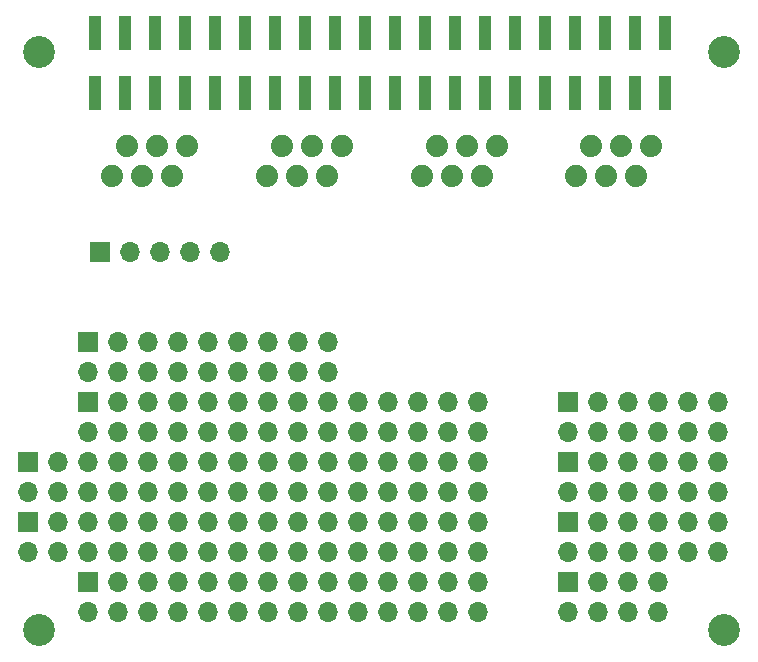
<source format=gbs>
G04 #@! TF.GenerationSoftware,KiCad,Pcbnew,7.0.10-7.0.10~ubuntu22.04.1*
G04 #@! TF.CreationDate,2024-01-31T09:27:01+05:30*
G04 #@! TF.ProjectId,bir-weather-hat,6269722d-7765-4617-9468-65722d686174,rev?*
G04 #@! TF.SameCoordinates,Original*
G04 #@! TF.FileFunction,Soldermask,Bot*
G04 #@! TF.FilePolarity,Negative*
%FSLAX46Y46*%
G04 Gerber Fmt 4.6, Leading zero omitted, Abs format (unit mm)*
G04 Created by KiCad (PCBNEW 7.0.10-7.0.10~ubuntu22.04.1) date 2024-01-31 09:27:01*
%MOMM*%
%LPD*%
G01*
G04 APERTURE LIST*
%ADD10C,1.879600*%
%ADD11C,2.700000*%
%ADD12R,1.700000X1.700000*%
%ADD13O,1.700000X1.700000*%
%ADD14R,1.000000X3.000000*%
G04 APERTURE END LIST*
D10*
X148900000Y-58050000D03*
X150170000Y-55510000D03*
X151440000Y-58050000D03*
X152710000Y-55510000D03*
X153980000Y-58050000D03*
X155250000Y-55510000D03*
X135900000Y-58040000D03*
X137170000Y-55500000D03*
X138440000Y-58040000D03*
X139710000Y-55500000D03*
X140980000Y-58040000D03*
X142250000Y-55500000D03*
X122780000Y-58050000D03*
X124050000Y-55510000D03*
X125320000Y-58050000D03*
X126590000Y-55510000D03*
X127860000Y-58050000D03*
X129130000Y-55510000D03*
X116000000Y-55500000D03*
X114730000Y-58040000D03*
X113460000Y-55500000D03*
X112190000Y-58040000D03*
X110920000Y-55500000D03*
X109650000Y-58040000D03*
D11*
X161500000Y-47500000D03*
D12*
X148260000Y-87300000D03*
D13*
X148260000Y-89840000D03*
X150800000Y-87300000D03*
X150800000Y-89840000D03*
X153340000Y-87300000D03*
X153340000Y-89840000D03*
X155880000Y-87300000D03*
X155880000Y-89840000D03*
X158420000Y-87300000D03*
X158420000Y-89840000D03*
X160960000Y-87300000D03*
X160960000Y-89840000D03*
D12*
X148260000Y-92380000D03*
D13*
X148260000Y-94920000D03*
X150800000Y-92380000D03*
X150800000Y-94920000D03*
X153340000Y-92380000D03*
X153340000Y-94920000D03*
X155880000Y-92380000D03*
X155880000Y-94920000D03*
D12*
X107620000Y-92380000D03*
D13*
X107620000Y-94920000D03*
X110160000Y-92380000D03*
X110160000Y-94920000D03*
X112700000Y-92380000D03*
X112700000Y-94920000D03*
X115240000Y-92380000D03*
X115240000Y-94920000D03*
X117780000Y-92380000D03*
X117780000Y-94920000D03*
X120320000Y-92380000D03*
X120320000Y-94920000D03*
X122860000Y-92380000D03*
X122860000Y-94920000D03*
X125400000Y-92380000D03*
X125400000Y-94920000D03*
X127940000Y-92380000D03*
X127940000Y-94920000D03*
X130480000Y-92380000D03*
X130480000Y-94920000D03*
X133020000Y-92380000D03*
X133020000Y-94920000D03*
X135560000Y-92380000D03*
X135560000Y-94920000D03*
X138100000Y-92380000D03*
X138100000Y-94920000D03*
X140640000Y-92380000D03*
X140640000Y-94920000D03*
D12*
X107620000Y-77140000D03*
D13*
X107620000Y-79680000D03*
X110160000Y-77140000D03*
X110160000Y-79680000D03*
X112700000Y-77140000D03*
X112700000Y-79680000D03*
X115240000Y-77140000D03*
X115240000Y-79680000D03*
X117780000Y-77140000D03*
X117780000Y-79680000D03*
X120320000Y-77140000D03*
X120320000Y-79680000D03*
X122860000Y-77140000D03*
X122860000Y-79680000D03*
X125400000Y-77140000D03*
X125400000Y-79680000D03*
X127940000Y-77140000D03*
X127940000Y-79680000D03*
X130480000Y-77140000D03*
X130480000Y-79680000D03*
X133020000Y-77140000D03*
X133020000Y-79680000D03*
X135560000Y-77140000D03*
X135560000Y-79680000D03*
X138100000Y-77140000D03*
X138100000Y-79680000D03*
X140640000Y-77140000D03*
X140640000Y-79680000D03*
D11*
X103500000Y-96500000D03*
D12*
X102540000Y-82220000D03*
D13*
X102540000Y-84760000D03*
X105080000Y-82220000D03*
X105080000Y-84760000D03*
X107620000Y-82220000D03*
X107620000Y-84760000D03*
X110160000Y-82220000D03*
X110160000Y-84760000D03*
X112700000Y-82220000D03*
X112700000Y-84760000D03*
X115240000Y-82220000D03*
X115240000Y-84760000D03*
X117780000Y-82220000D03*
X117780000Y-84760000D03*
X120320000Y-82220000D03*
X120320000Y-84760000D03*
X122860000Y-82220000D03*
X122860000Y-84760000D03*
X125400000Y-82220000D03*
X125400000Y-84760000D03*
X127940000Y-82220000D03*
X127940000Y-84760000D03*
X130480000Y-82220000D03*
X130480000Y-84760000D03*
X133020000Y-82220000D03*
X133020000Y-84760000D03*
X135560000Y-82220000D03*
X135560000Y-84760000D03*
X138100000Y-82220000D03*
X138100000Y-84760000D03*
X140640000Y-82220000D03*
X140640000Y-84760000D03*
D11*
X103500000Y-47500000D03*
D12*
X108630000Y-64500000D03*
D13*
X111170000Y-64500000D03*
X113710000Y-64500000D03*
X116250000Y-64500000D03*
X118790000Y-64500000D03*
D12*
X148260000Y-82220000D03*
D13*
X148260000Y-84760000D03*
X150800000Y-82220000D03*
X150800000Y-84760000D03*
X153340000Y-82220000D03*
X153340000Y-84760000D03*
X155880000Y-82220000D03*
X155880000Y-84760000D03*
X158420000Y-82220000D03*
X158420000Y-84760000D03*
X160960000Y-82220000D03*
X160960000Y-84760000D03*
D12*
X107620000Y-72060000D03*
D13*
X107620000Y-74600000D03*
X110160000Y-72060000D03*
X110160000Y-74600000D03*
X112700000Y-72060000D03*
X112700000Y-74600000D03*
X115240000Y-72060000D03*
X115240000Y-74600000D03*
X117780000Y-72060000D03*
X117780000Y-74600000D03*
X120320000Y-72060000D03*
X120320000Y-74600000D03*
X122860000Y-72060000D03*
X122860000Y-74600000D03*
X125400000Y-72060000D03*
X125400000Y-74600000D03*
X127940000Y-72060000D03*
X127940000Y-74600000D03*
D11*
X161500000Y-96500000D03*
D12*
X102540000Y-87300000D03*
D13*
X102540000Y-89840000D03*
X105080000Y-87300000D03*
X105080000Y-89840000D03*
X107620000Y-87300000D03*
X107620000Y-89840000D03*
X110160000Y-87300000D03*
X110160000Y-89840000D03*
X112700000Y-87300000D03*
X112700000Y-89840000D03*
X115240000Y-87300000D03*
X115240000Y-89840000D03*
X117780000Y-87300000D03*
X117780000Y-89840000D03*
X120320000Y-87300000D03*
X120320000Y-89840000D03*
X122860000Y-87300000D03*
X122860000Y-89840000D03*
X125400000Y-87300000D03*
X125400000Y-89840000D03*
X127940000Y-87300000D03*
X127940000Y-89840000D03*
X130480000Y-87300000D03*
X130480000Y-89840000D03*
X133020000Y-87300000D03*
X133020000Y-89840000D03*
X135560000Y-87300000D03*
X135560000Y-89840000D03*
X138100000Y-87300000D03*
X138100000Y-89840000D03*
X140640000Y-87300000D03*
X140640000Y-89840000D03*
D12*
X148260000Y-77140000D03*
D13*
X148260000Y-79680000D03*
X150800000Y-77140000D03*
X150800000Y-79680000D03*
X153340000Y-77140000D03*
X153340000Y-79680000D03*
X155880000Y-77140000D03*
X155880000Y-79680000D03*
X158420000Y-77140000D03*
X158420000Y-79680000D03*
X160960000Y-77140000D03*
X160960000Y-79680000D03*
D14*
X108190000Y-51000000D03*
X108190000Y-45960000D03*
X110730000Y-51000000D03*
X110730000Y-45960000D03*
X113270000Y-51000000D03*
X113270000Y-45960000D03*
X115810000Y-51000000D03*
X115810000Y-45960000D03*
X118350000Y-51000000D03*
X118350000Y-45960000D03*
X120890000Y-51000000D03*
X120890000Y-45960000D03*
X123430000Y-51000000D03*
X123430000Y-45960000D03*
X125970000Y-51000000D03*
X125970000Y-45960000D03*
X128510000Y-51000000D03*
X128510000Y-45960000D03*
X131050000Y-51000000D03*
X131050000Y-45960000D03*
X133590000Y-51000000D03*
X133590000Y-45960000D03*
X136130000Y-51000000D03*
X136130000Y-45960000D03*
X138670000Y-51000000D03*
X138670000Y-45960000D03*
X141210000Y-51000000D03*
X141210000Y-45960000D03*
X143750000Y-51000000D03*
X143750000Y-45960000D03*
X146290000Y-51000000D03*
X146290000Y-45960000D03*
X148830000Y-51000000D03*
X148830000Y-45960000D03*
X151370000Y-51000000D03*
X151370000Y-45960000D03*
X153910000Y-51000000D03*
X153910000Y-45960000D03*
X156450000Y-51000000D03*
X156450000Y-45960000D03*
M02*

</source>
